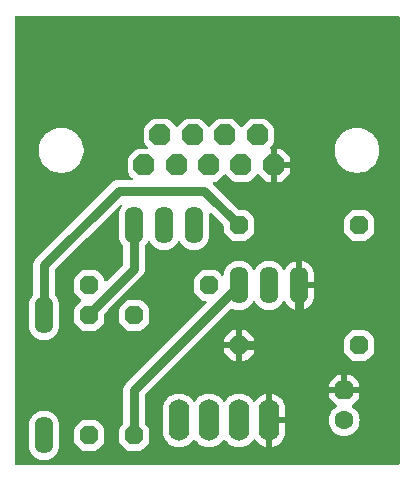
<source format=gbr>
%TF.GenerationSoftware,KiCad,Pcbnew,8.0.4*%
%TF.CreationDate,2024-09-20T14:01:47+02:00*%
%TF.ProjectId,TTL2RS232v1,54544c32-5253-4323-9332-76312e6b6963,rev?*%
%TF.SameCoordinates,Original*%
%TF.FileFunction,Copper,L1,Top*%
%TF.FilePolarity,Positive*%
%FSLAX46Y46*%
G04 Gerber Fmt 4.6, Leading zero omitted, Abs format (unit mm)*
G04 Created by KiCad (PCBNEW 8.0.4) date 2024-09-20 14:01:47*
%MOMM*%
%LPD*%
G01*
G04 APERTURE LIST*
G04 Aperture macros list*
%AMOutline5P*
0 Free polygon, 5 corners , with rotation*
0 The origin of the aperture is its center*
0 number of corners: always 5*
0 $1 to $10 corner X, Y*
0 $11 Rotation angle, in degrees counterclockwise*
0 create outline with 5 corners*
4,1,5,$1,$2,$3,$4,$5,$6,$7,$8,$9,$10,$1,$2,$11*%
%AMOutline6P*
0 Free polygon, 6 corners , with rotation*
0 The origin of the aperture is its center*
0 number of corners: always 6*
0 $1 to $12 corner X, Y*
0 $13 Rotation angle, in degrees counterclockwise*
0 create outline with 6 corners*
4,1,6,$1,$2,$3,$4,$5,$6,$7,$8,$9,$10,$11,$12,$1,$2,$13*%
%AMOutline7P*
0 Free polygon, 7 corners , with rotation*
0 The origin of the aperture is its center*
0 number of corners: always 7*
0 $1 to $14 corner X, Y*
0 $15 Rotation angle, in degrees counterclockwise*
0 create outline with 7 corners*
4,1,7,$1,$2,$3,$4,$5,$6,$7,$8,$9,$10,$11,$12,$13,$14,$1,$2,$15*%
%AMOutline8P*
0 Free polygon, 8 corners , with rotation*
0 The origin of the aperture is its center*
0 number of corners: always 8*
0 $1 to $16 corner X, Y*
0 $17 Rotation angle, in degrees counterclockwise*
0 create outline with 8 corners*
4,1,8,$1,$2,$3,$4,$5,$6,$7,$8,$9,$10,$11,$12,$13,$14,$15,$16,$1,$2,$17*%
G04 Aperture macros list end*
%TA.AperFunction,ComponentPad*%
%ADD10Outline8P,-0.787400X0.393700X-0.393700X0.787400X0.393700X0.787400X0.787400X0.393700X0.787400X-0.393700X0.393700X-0.787400X-0.393700X-0.787400X-0.787400X-0.393700X90.000000*%
%TD*%
%TA.AperFunction,ComponentPad*%
%ADD11C,1.600200*%
%TD*%
%TA.AperFunction,ComponentPad*%
%ADD12Outline8P,-0.800100X0.400050X-0.400050X0.800100X0.400050X0.800100X0.800100X0.400050X0.800100X-0.400050X0.400050X-0.800100X-0.400050X-0.800100X-0.800100X-0.400050X90.000000*%
%TD*%
%TA.AperFunction,ComponentPad*%
%ADD13O,1.574800X3.149600*%
%TD*%
%TA.AperFunction,ComponentPad*%
%ADD14Outline8P,-0.787400X0.393700X-0.393700X0.787400X0.393700X0.787400X0.787400X0.393700X0.787400X-0.393700X0.393700X-0.787400X-0.393700X-0.787400X-0.787400X-0.393700X180.000000*%
%TD*%
%TA.AperFunction,ComponentPad*%
%ADD15O,1.762000X3.524000*%
%TD*%
%TA.AperFunction,ComponentPad*%
%ADD16Outline8P,-0.889000X0.444500X-0.444500X0.889000X0.444500X0.889000X0.889000X0.444500X0.889000X-0.444500X0.444500X-0.889000X-0.444500X-0.889000X-0.889000X-0.444500X0.000000*%
%TD*%
%TA.AperFunction,ComponentPad*%
%ADD17Outline8P,-0.787400X0.393700X-0.393700X0.787400X0.393700X0.787400X0.787400X0.393700X0.787400X-0.393700X0.393700X-0.787400X-0.393700X-0.787400X-0.787400X-0.393700X0.000000*%
%TD*%
%TA.AperFunction,Conductor*%
%ADD18C,0.800000*%
%TD*%
%TA.AperFunction,Conductor*%
%ADD19C,0.508000*%
%TD*%
G04 APERTURE END LIST*
D10*
%TO.P,R1,1*%
%TO.N,N$1*%
X142316100Y-121508600D03*
%TO.P,R1,2*%
%TO.N,VCC*%
X142316100Y-111348600D03*
%TD*%
D11*
%TO.P,C1,+*%
%TO.N,N$3*%
X160096100Y-120238600D03*
D12*
%TO.P,C1,-*%
%TO.N,GNDA*%
X160096100Y-117698600D03*
%TD*%
D13*
%TO.P,Q3,B*%
%TO.N,N$2*%
X153746100Y-108808600D03*
%TO.P,Q3,C*%
%TO.N,N$1*%
X151206100Y-108808600D03*
%TO.P,Q3,E*%
%TO.N,GNDA*%
X156286100Y-108808600D03*
%TD*%
D10*
%TO.P,R3,1*%
%TO.N,N$3*%
X138506100Y-121508600D03*
%TO.P,R3,2*%
%TO.N,N$5*%
X138506100Y-111348600D03*
%TD*%
D14*
%TO.P,R4,1*%
%TO.N,N$2*%
X161366100Y-103728600D03*
%TO.P,R4,2*%
%TO.N,N$4*%
X151206100Y-103728600D03*
%TD*%
D13*
%TO.P,Q4,B*%
%TO.N,N$6*%
X144856100Y-103728600D03*
%TO.P,Q4,C*%
%TO.N,N$5*%
X142316100Y-103728600D03*
%TO.P,Q4,E*%
%TO.N,VCC*%
X147396100Y-103728600D03*
%TD*%
D15*
%TO.P,X2,1*%
%TO.N,VCC*%
X146126100Y-120238600D03*
%TO.P,X2,2*%
%TO.N,N$9*%
X148666100Y-120238600D03*
%TO.P,X2,3*%
%TO.N,N$1*%
X151206100Y-120238600D03*
%TO.P,X2,4*%
%TO.N,GNDA*%
X153746100Y-120238600D03*
%TD*%
D16*
%TO.P,X1,1*%
%TO.N,N/C*%
X143179700Y-98648600D03*
%TO.P,X1,2*%
%TO.N,N$5*%
X145922900Y-98648600D03*
%TO.P,X1,3*%
%TO.N,N$4*%
X148666100Y-98648600D03*
%TO.P,X1,4*%
%TO.N,N/C*%
X151409300Y-98648600D03*
%TO.P,X1,5*%
%TO.N,GNDA*%
X154152500Y-98648600D03*
%TO.P,X1,6*%
%TO.N,N/C*%
X144551300Y-96108600D03*
%TO.P,X1,7*%
X147294500Y-96108600D03*
%TO.P,X1,8*%
X150037700Y-96108600D03*
%TO.P,X1,9*%
X152780900Y-96108600D03*
%TD*%
D17*
%TO.P,R5,1*%
%TO.N,N$6*%
X138506100Y-108808600D03*
%TO.P,R5,2*%
%TO.N,N$9*%
X148666100Y-108808600D03*
%TD*%
D13*
%TO.P,D1,A*%
%TO.N,N$3*%
X134696100Y-121508600D03*
%TO.P,D1,C*%
%TO.N,N$4*%
X134696100Y-111348600D03*
%TD*%
D17*
%TO.P,R2,1*%
%TO.N,GNDA*%
X151206100Y-113888600D03*
%TO.P,R2,2*%
%TO.N,N$2*%
X161366100Y-113888600D03*
%TD*%
D18*
%TO.N,GNDA*%
X156286100Y-111313900D02*
X153711400Y-113888600D01*
X153711400Y-113888600D02*
X151256900Y-113888600D01*
X156286100Y-108808600D02*
X156286100Y-111313900D01*
%TO.N,N$1*%
X142316100Y-117698600D02*
X151206100Y-108808600D01*
X142316100Y-121508600D02*
X142316100Y-117698600D01*
%TO.N,N$4*%
X141000000Y-100800000D02*
X134696100Y-107103900D01*
X148277500Y-100800000D02*
X141000000Y-100800000D01*
X134696100Y-107103900D02*
X134696100Y-111348600D01*
X151206100Y-103728600D02*
X148277500Y-100800000D01*
D19*
%TO.N,GNDA*%
X151256900Y-113888600D02*
X151206100Y-113888600D01*
X151256900Y-114295000D02*
X151256900Y-113888600D01*
X151256900Y-114295000D02*
X151206100Y-113888600D01*
%TO.N,N$3*%
X138658500Y-121203800D02*
X138506100Y-121508600D01*
%TO.N,N$4*%
X148412100Y-98851800D02*
X148666100Y-98648600D01*
D18*
X150850500Y-103728600D02*
X151206100Y-103728600D01*
%TO.N,N$5*%
X142316100Y-107386200D02*
X138658500Y-111043800D01*
X138658500Y-111043800D02*
X138506100Y-111348600D01*
X142316100Y-103728600D02*
X142316100Y-107386200D01*
%TD*%
%TA.AperFunction,Conductor*%
%TO.N,GNDA*%
G36*
X164763639Y-86019685D02*
G01*
X164809394Y-86072489D01*
X164820600Y-86124000D01*
X164820600Y-116172000D01*
X164800325Y-123876326D01*
X164780464Y-123943314D01*
X164727539Y-123988930D01*
X164676325Y-124000000D01*
X132324000Y-124000000D01*
X132256961Y-123980315D01*
X132211206Y-123927511D01*
X132200000Y-123876000D01*
X132200000Y-120619210D01*
X133400200Y-120619210D01*
X133400200Y-122397989D01*
X133432110Y-122599458D01*
X133432110Y-122599461D01*
X133495141Y-122793450D01*
X133495143Y-122793453D01*
X133587747Y-122975200D01*
X133707643Y-123140222D01*
X133851878Y-123284457D01*
X134016900Y-123404353D01*
X134198647Y-123496957D01*
X134198649Y-123496958D01*
X134379595Y-123555750D01*
X134392643Y-123559990D01*
X134594110Y-123591900D01*
X134594111Y-123591900D01*
X134798089Y-123591900D01*
X134798090Y-123591900D01*
X134999557Y-123559990D01*
X134999560Y-123559989D01*
X134999561Y-123559989D01*
X135193550Y-123496958D01*
X135193550Y-123496957D01*
X135193553Y-123496957D01*
X135375300Y-123404353D01*
X135540322Y-123284457D01*
X135684557Y-123140222D01*
X135804453Y-122975200D01*
X135897057Y-122793453D01*
X135915135Y-122737814D01*
X135960089Y-122599461D01*
X135960089Y-122599460D01*
X135960090Y-122599457D01*
X135992000Y-122397990D01*
X135992000Y-121073273D01*
X137210199Y-121073273D01*
X137210199Y-121943930D01*
X137220928Y-122029346D01*
X137220929Y-122029350D01*
X137276885Y-122164439D01*
X137276886Y-122164441D01*
X137329691Y-122232418D01*
X137329703Y-122232431D01*
X137782272Y-122685000D01*
X137782282Y-122685009D01*
X137835218Y-122726129D01*
X137850260Y-122737814D01*
X137985352Y-122793771D01*
X138070770Y-122804500D01*
X138941429Y-122804501D01*
X139026849Y-122793771D01*
X139161941Y-122737814D01*
X139208664Y-122701518D01*
X139229918Y-122685008D01*
X139229921Y-122685005D01*
X139229929Y-122684999D01*
X139682502Y-122232426D01*
X139735314Y-122164440D01*
X139791271Y-122029348D01*
X139802000Y-121943930D01*
X139802001Y-121073273D01*
X141020199Y-121073273D01*
X141020199Y-121943930D01*
X141030928Y-122029346D01*
X141030929Y-122029350D01*
X141086885Y-122164439D01*
X141086886Y-122164441D01*
X141139691Y-122232418D01*
X141139703Y-122232431D01*
X141592272Y-122685000D01*
X141592282Y-122685009D01*
X141645218Y-122726129D01*
X141660260Y-122737814D01*
X141795352Y-122793771D01*
X141880770Y-122804500D01*
X142751429Y-122804501D01*
X142836849Y-122793771D01*
X142971941Y-122737814D01*
X143018664Y-122701518D01*
X143039918Y-122685008D01*
X143039921Y-122685005D01*
X143039929Y-122684999D01*
X143492502Y-122232426D01*
X143545314Y-122164440D01*
X143601271Y-122029348D01*
X143612000Y-121943930D01*
X143612001Y-121073271D01*
X143601271Y-120987851D01*
X143545314Y-120852759D01*
X143537213Y-120842330D01*
X143492508Y-120784781D01*
X143492496Y-120784768D01*
X143260919Y-120553191D01*
X143227434Y-120491868D01*
X143224600Y-120465510D01*
X143224600Y-119248238D01*
X144736600Y-119248238D01*
X144736600Y-121228961D01*
X144770814Y-121444976D01*
X144838397Y-121652980D01*
X144838398Y-121652983D01*
X144937695Y-121847860D01*
X145066242Y-122024793D01*
X145220906Y-122179457D01*
X145386474Y-122299747D01*
X145397843Y-122308007D01*
X145525232Y-122372915D01*
X145592716Y-122407301D01*
X145592719Y-122407302D01*
X145696721Y-122441093D01*
X145800725Y-122474886D01*
X145900772Y-122490732D01*
X146016739Y-122509100D01*
X146016744Y-122509100D01*
X146235461Y-122509100D01*
X146340182Y-122492512D01*
X146451475Y-122474886D01*
X146659483Y-122407301D01*
X146854357Y-122308007D01*
X146958398Y-122232417D01*
X147031293Y-122179457D01*
X147031295Y-122179454D01*
X147031299Y-122179452D01*
X147185952Y-122024799D01*
X147295783Y-121873628D01*
X147351111Y-121830964D01*
X147420724Y-121824985D01*
X147482520Y-121857590D01*
X147496413Y-121873623D01*
X147547491Y-121943926D01*
X147606248Y-122024799D01*
X147760906Y-122179457D01*
X147926474Y-122299747D01*
X147937843Y-122308007D01*
X148065232Y-122372915D01*
X148132716Y-122407301D01*
X148132719Y-122407302D01*
X148236721Y-122441093D01*
X148340725Y-122474886D01*
X148440772Y-122490732D01*
X148556739Y-122509100D01*
X148556744Y-122509100D01*
X148775461Y-122509100D01*
X148880182Y-122492512D01*
X148991475Y-122474886D01*
X149199483Y-122407301D01*
X149394357Y-122308007D01*
X149498398Y-122232417D01*
X149571293Y-122179457D01*
X149571295Y-122179454D01*
X149571299Y-122179452D01*
X149725952Y-122024799D01*
X149835783Y-121873628D01*
X149891111Y-121830964D01*
X149960724Y-121824985D01*
X150022520Y-121857590D01*
X150036413Y-121873623D01*
X150087491Y-121943926D01*
X150146248Y-122024799D01*
X150300906Y-122179457D01*
X150466474Y-122299747D01*
X150477843Y-122308007D01*
X150605232Y-122372915D01*
X150672716Y-122407301D01*
X150672719Y-122407302D01*
X150776721Y-122441093D01*
X150880725Y-122474886D01*
X150980772Y-122490732D01*
X151096739Y-122509100D01*
X151096744Y-122509100D01*
X151315461Y-122509100D01*
X151420182Y-122492512D01*
X151531475Y-122474886D01*
X151739483Y-122407301D01*
X151934357Y-122308007D01*
X152038398Y-122232417D01*
X152111293Y-122179457D01*
X152111295Y-122179454D01*
X152111299Y-122179452D01*
X152265952Y-122024799D01*
X152381035Y-121866398D01*
X152436364Y-121823734D01*
X152505977Y-121817755D01*
X152567773Y-121850360D01*
X152581671Y-121866399D01*
X152692734Y-122019262D01*
X152692734Y-122019263D01*
X152846436Y-122172965D01*
X153022297Y-122300736D01*
X153215982Y-122399424D01*
X153422713Y-122466594D01*
X153496100Y-122478218D01*
X153496100Y-120671612D01*
X153553107Y-120704525D01*
X153680274Y-120738600D01*
X153811926Y-120738600D01*
X153939093Y-120704525D01*
X153996100Y-120671612D01*
X153996100Y-122478217D01*
X154069486Y-122466594D01*
X154276217Y-122399424D01*
X154469902Y-122300736D01*
X154645763Y-122172965D01*
X154799465Y-122019263D01*
X154927236Y-121843402D01*
X155025924Y-121649717D01*
X155093094Y-121442989D01*
X155093094Y-121442986D01*
X155127100Y-121228286D01*
X155127100Y-120488600D01*
X154179112Y-120488600D01*
X154212025Y-120431593D01*
X154246100Y-120304426D01*
X154246100Y-120238599D01*
X158782501Y-120238599D01*
X158782501Y-120238600D01*
X158802457Y-120466699D01*
X158802459Y-120466709D01*
X158861718Y-120687869D01*
X158861723Y-120687883D01*
X158958488Y-120895396D01*
X158958490Y-120895400D01*
X159089825Y-121082965D01*
X159251735Y-121244875D01*
X159439300Y-121376210D01*
X159564150Y-121434428D01*
X159646816Y-121472976D01*
X159646818Y-121472976D01*
X159646823Y-121472979D01*
X159867996Y-121532242D01*
X160050479Y-121548207D01*
X160096099Y-121552199D01*
X160096100Y-121552199D01*
X160096101Y-121552199D01*
X160134117Y-121548872D01*
X160324204Y-121532242D01*
X160545377Y-121472979D01*
X160752900Y-121376210D01*
X160940465Y-121244875D01*
X161102375Y-121082965D01*
X161233710Y-120895400D01*
X161330479Y-120687877D01*
X161389742Y-120466704D01*
X161409699Y-120238600D01*
X161408399Y-120223747D01*
X161389742Y-120010500D01*
X161389742Y-120010496D01*
X161330479Y-119789323D01*
X161233710Y-119581801D01*
X161233708Y-119581798D01*
X161233707Y-119581796D01*
X161102378Y-119394239D01*
X161102373Y-119394233D01*
X160940465Y-119232325D01*
X160777452Y-119118181D01*
X160733827Y-119063604D01*
X160726635Y-118994106D01*
X160758157Y-118931751D01*
X160772506Y-118918682D01*
X160820746Y-118881207D01*
X160820759Y-118881196D01*
X161278696Y-118423259D01*
X161278707Y-118423246D01*
X161330629Y-118356408D01*
X161330629Y-118356407D01*
X161385650Y-118223574D01*
X161396199Y-118139591D01*
X161396200Y-118139585D01*
X161396200Y-117948600D01*
X160420837Y-117948600D01*
X160421301Y-117948136D01*
X160474805Y-117855465D01*
X160502500Y-117752104D01*
X160502500Y-117645096D01*
X160474805Y-117541735D01*
X160421301Y-117449064D01*
X160420837Y-117448600D01*
X161396200Y-117448600D01*
X161396200Y-117257608D01*
X161396199Y-117257606D01*
X161385650Y-117173624D01*
X161330629Y-117040791D01*
X161278707Y-116973953D01*
X161278696Y-116973940D01*
X160820759Y-116516003D01*
X160820746Y-116515992D01*
X160753908Y-116464070D01*
X160621074Y-116409049D01*
X160537091Y-116398500D01*
X160346100Y-116398500D01*
X160346100Y-117373863D01*
X160345636Y-117373399D01*
X160252965Y-117319895D01*
X160149604Y-117292200D01*
X160042596Y-117292200D01*
X159939235Y-117319895D01*
X159846564Y-117373399D01*
X159846100Y-117373863D01*
X159846100Y-116398500D01*
X159655106Y-116398500D01*
X159571124Y-116409049D01*
X159438291Y-116464070D01*
X159371453Y-116515992D01*
X159371440Y-116516003D01*
X158913503Y-116973940D01*
X158913492Y-116973953D01*
X158861570Y-117040791D01*
X158861570Y-117040792D01*
X158806549Y-117173625D01*
X158796000Y-117257608D01*
X158796000Y-117448600D01*
X159771363Y-117448600D01*
X159770899Y-117449064D01*
X159717395Y-117541735D01*
X159689700Y-117645096D01*
X159689700Y-117752104D01*
X159717395Y-117855465D01*
X159770899Y-117948136D01*
X159771363Y-117948600D01*
X158796000Y-117948600D01*
X158796000Y-118139593D01*
X158806549Y-118223575D01*
X158861570Y-118356408D01*
X158913492Y-118423246D01*
X158913503Y-118423259D01*
X159371440Y-118881196D01*
X159371453Y-118881207D01*
X159419694Y-118918682D01*
X159460561Y-118975354D01*
X159464301Y-119045123D01*
X159429727Y-119105839D01*
X159414748Y-119118182D01*
X159251735Y-119232325D01*
X159251733Y-119232326D01*
X159089826Y-119394233D01*
X159089821Y-119394239D01*
X158958492Y-119581796D01*
X158958490Y-119581800D01*
X158861722Y-119789321D01*
X158861718Y-119789330D01*
X158802459Y-120010490D01*
X158802457Y-120010500D01*
X158782501Y-120238599D01*
X154246100Y-120238599D01*
X154246100Y-120172774D01*
X154212025Y-120045607D01*
X154179112Y-119988600D01*
X155127100Y-119988600D01*
X155127100Y-119248913D01*
X155093094Y-119034213D01*
X155093094Y-119034210D01*
X155025924Y-118827482D01*
X154927236Y-118633797D01*
X154799465Y-118457936D01*
X154645763Y-118304234D01*
X154469902Y-118176463D01*
X154276214Y-118077774D01*
X154276216Y-118077774D01*
X154069483Y-118010604D01*
X153996100Y-117998981D01*
X153996100Y-119805588D01*
X153939093Y-119772675D01*
X153811926Y-119738600D01*
X153680274Y-119738600D01*
X153553107Y-119772675D01*
X153496100Y-119805588D01*
X153496100Y-117998981D01*
X153496099Y-117998981D01*
X153422716Y-118010604D01*
X153215984Y-118077774D01*
X153022297Y-118176463D01*
X152846436Y-118304234D01*
X152692733Y-118457937D01*
X152581671Y-118610800D01*
X152526340Y-118653465D01*
X152456727Y-118659444D01*
X152394932Y-118626838D01*
X152381035Y-118610799D01*
X152265957Y-118452407D01*
X152265953Y-118452402D01*
X152111293Y-118297742D01*
X151934360Y-118169195D01*
X151934359Y-118169194D01*
X151934357Y-118169193D01*
X151871925Y-118137382D01*
X151739483Y-118069898D01*
X151739480Y-118069897D01*
X151531476Y-118002314D01*
X151315461Y-117968100D01*
X151315456Y-117968100D01*
X151096744Y-117968100D01*
X151096739Y-117968100D01*
X150880723Y-118002314D01*
X150672719Y-118069897D01*
X150672716Y-118069898D01*
X150477839Y-118169195D01*
X150300906Y-118297742D01*
X150146242Y-118452406D01*
X150036418Y-118603569D01*
X149981089Y-118646235D01*
X149911475Y-118652214D01*
X149849680Y-118619609D01*
X149835782Y-118603569D01*
X149725957Y-118452406D01*
X149571293Y-118297742D01*
X149394360Y-118169195D01*
X149394359Y-118169194D01*
X149394357Y-118169193D01*
X149331925Y-118137382D01*
X149199483Y-118069898D01*
X149199480Y-118069897D01*
X148991476Y-118002314D01*
X148775461Y-117968100D01*
X148775456Y-117968100D01*
X148556744Y-117968100D01*
X148556739Y-117968100D01*
X148340723Y-118002314D01*
X148132719Y-118069897D01*
X148132716Y-118069898D01*
X147937839Y-118169195D01*
X147760906Y-118297742D01*
X147606242Y-118452406D01*
X147496418Y-118603569D01*
X147441089Y-118646235D01*
X147371475Y-118652214D01*
X147309680Y-118619609D01*
X147295782Y-118603569D01*
X147185957Y-118452406D01*
X147031293Y-118297742D01*
X146854360Y-118169195D01*
X146854359Y-118169194D01*
X146854357Y-118169193D01*
X146791925Y-118137382D01*
X146659483Y-118069898D01*
X146659480Y-118069897D01*
X146451476Y-118002314D01*
X146235461Y-117968100D01*
X146235456Y-117968100D01*
X146016744Y-117968100D01*
X146016739Y-117968100D01*
X145800723Y-118002314D01*
X145592719Y-118069897D01*
X145592716Y-118069898D01*
X145397839Y-118169195D01*
X145220906Y-118297742D01*
X145066242Y-118452406D01*
X144937695Y-118629339D01*
X144838398Y-118824216D01*
X144838397Y-118824219D01*
X144770814Y-119032223D01*
X144736600Y-119248238D01*
X143224600Y-119248238D01*
X143224600Y-118126274D01*
X143244285Y-118059235D01*
X143260914Y-118038598D01*
X147845553Y-113453958D01*
X149918700Y-113453958D01*
X149918700Y-113638600D01*
X150881363Y-113638600D01*
X150880899Y-113639064D01*
X150827395Y-113731735D01*
X150799700Y-113835096D01*
X150799700Y-113942104D01*
X150827395Y-114045465D01*
X150880899Y-114138136D01*
X150881363Y-114138600D01*
X149918700Y-114138600D01*
X149918700Y-114323243D01*
X149929249Y-114407225D01*
X149984270Y-114540058D01*
X150036192Y-114606896D01*
X150036204Y-114606910D01*
X150487789Y-115058496D01*
X150487802Y-115058507D01*
X150554641Y-115110429D01*
X150554645Y-115110431D01*
X150687473Y-115165450D01*
X150771458Y-115175999D01*
X150771465Y-115176000D01*
X150956100Y-115176000D01*
X150956100Y-114213337D01*
X150956564Y-114213801D01*
X151049235Y-114267305D01*
X151152596Y-114295000D01*
X151259604Y-114295000D01*
X151362965Y-114267305D01*
X151455636Y-114213801D01*
X151456100Y-114213337D01*
X151456100Y-115176000D01*
X151640742Y-115176000D01*
X151640743Y-115175999D01*
X151724725Y-115165450D01*
X151857558Y-115110429D01*
X151924396Y-115058507D01*
X151924410Y-115058495D01*
X152375996Y-114606910D01*
X152376007Y-114606897D01*
X152427929Y-114540058D01*
X152427931Y-114540054D01*
X152482950Y-114407226D01*
X152493499Y-114323241D01*
X152493500Y-114323235D01*
X152493500Y-114138600D01*
X151530837Y-114138600D01*
X151531301Y-114138136D01*
X151584805Y-114045465D01*
X151612500Y-113942104D01*
X151612500Y-113835096D01*
X151584805Y-113731735D01*
X151531301Y-113639064D01*
X151530837Y-113638600D01*
X152493500Y-113638600D01*
X152493500Y-113453958D01*
X152493499Y-113453956D01*
X152493413Y-113453273D01*
X160070199Y-113453273D01*
X160070199Y-114323930D01*
X160080928Y-114409346D01*
X160080929Y-114409350D01*
X160136885Y-114544439D01*
X160136886Y-114544441D01*
X160189691Y-114612418D01*
X160189703Y-114612431D01*
X160642272Y-115065000D01*
X160642282Y-115065009D01*
X160695218Y-115106129D01*
X160710260Y-115117814D01*
X160845352Y-115173771D01*
X160930770Y-115184500D01*
X161801429Y-115184501D01*
X161886849Y-115173771D01*
X162021941Y-115117814D01*
X162068664Y-115081518D01*
X162089918Y-115065008D01*
X162089921Y-115065005D01*
X162089929Y-115064999D01*
X162542502Y-114612426D01*
X162595314Y-114544440D01*
X162651271Y-114409348D01*
X162662000Y-114323930D01*
X162662001Y-113453271D01*
X162651271Y-113367851D01*
X162595314Y-113232759D01*
X162587213Y-113222330D01*
X162542508Y-113164781D01*
X162542496Y-113164768D01*
X162089927Y-112712199D01*
X162089917Y-112712190D01*
X162021940Y-112659386D01*
X161986002Y-112644500D01*
X161886848Y-112603429D01*
X161865493Y-112600746D01*
X161801433Y-112592700D01*
X161801426Y-112592699D01*
X160930769Y-112592699D01*
X160845353Y-112603428D01*
X160845349Y-112603429D01*
X160710260Y-112659385D01*
X160710258Y-112659386D01*
X160642281Y-112712191D01*
X160642268Y-112712203D01*
X160189699Y-113164772D01*
X160189690Y-113164782D01*
X160136886Y-113232759D01*
X160080929Y-113367852D01*
X160070200Y-113453266D01*
X160070199Y-113453273D01*
X152493413Y-113453273D01*
X152482950Y-113369974D01*
X152427929Y-113237141D01*
X152376007Y-113170303D01*
X152375995Y-113170289D01*
X151924410Y-112718703D01*
X151924397Y-112718692D01*
X151857558Y-112666770D01*
X151857554Y-112666768D01*
X151724726Y-112611749D01*
X151640741Y-112601200D01*
X151456100Y-112601200D01*
X151456100Y-113563863D01*
X151455636Y-113563399D01*
X151362965Y-113509895D01*
X151259604Y-113482200D01*
X151152596Y-113482200D01*
X151049235Y-113509895D01*
X150956564Y-113563399D01*
X150956100Y-113563863D01*
X150956100Y-112601200D01*
X150771456Y-112601200D01*
X150687474Y-112611749D01*
X150554641Y-112666770D01*
X150487803Y-112718692D01*
X150487789Y-112718704D01*
X150036203Y-113170289D01*
X150036192Y-113170302D01*
X149984270Y-113237141D01*
X149984268Y-113237145D01*
X149929249Y-113369973D01*
X149918700Y-113453958D01*
X147845553Y-113453958D01*
X150508416Y-110791095D01*
X150569737Y-110757612D01*
X150639429Y-110762596D01*
X150652389Y-110768293D01*
X150708641Y-110796954D01*
X150708649Y-110796958D01*
X150803729Y-110827851D01*
X150902643Y-110859990D01*
X151104110Y-110891900D01*
X151104111Y-110891900D01*
X151308089Y-110891900D01*
X151308090Y-110891900D01*
X151509557Y-110859990D01*
X151509560Y-110859989D01*
X151509561Y-110859989D01*
X151703550Y-110796958D01*
X151703550Y-110796957D01*
X151703553Y-110796957D01*
X151885300Y-110704353D01*
X152050322Y-110584457D01*
X152194557Y-110440222D01*
X152314453Y-110275200D01*
X152365615Y-110174787D01*
X152413589Y-110123992D01*
X152481410Y-110107197D01*
X152547545Y-110129734D01*
X152586584Y-110174787D01*
X152637747Y-110275200D01*
X152757643Y-110440222D01*
X152901878Y-110584457D01*
X153066900Y-110704353D01*
X153248647Y-110796957D01*
X153248649Y-110796958D01*
X153343729Y-110827851D01*
X153442643Y-110859990D01*
X153644110Y-110891900D01*
X153644111Y-110891900D01*
X153848089Y-110891900D01*
X153848090Y-110891900D01*
X154049557Y-110859990D01*
X154049560Y-110859989D01*
X154049561Y-110859989D01*
X154243550Y-110796958D01*
X154243550Y-110796957D01*
X154243553Y-110796957D01*
X154425300Y-110704353D01*
X154590322Y-110584457D01*
X154734557Y-110440222D01*
X154854453Y-110275200D01*
X154910385Y-110165425D01*
X154958357Y-110114631D01*
X155026178Y-110097835D01*
X155092313Y-110120372D01*
X155131354Y-110165426D01*
X155185019Y-110270748D01*
X155304120Y-110434678D01*
X155304124Y-110434683D01*
X155447416Y-110577975D01*
X155447421Y-110577979D01*
X155611351Y-110697080D01*
X155791905Y-110789078D01*
X155984627Y-110851698D01*
X156036100Y-110859850D01*
X156036100Y-109133337D01*
X156036564Y-109133801D01*
X156129235Y-109187305D01*
X156232596Y-109215000D01*
X156339604Y-109215000D01*
X156442965Y-109187305D01*
X156535636Y-109133801D01*
X156536100Y-109133337D01*
X156536100Y-110859849D01*
X156587572Y-110851698D01*
X156780294Y-110789078D01*
X156960848Y-110697080D01*
X157124778Y-110577979D01*
X157124783Y-110577975D01*
X157268075Y-110434683D01*
X157268079Y-110434678D01*
X157387180Y-110270748D01*
X157479178Y-110090192D01*
X157541800Y-109897463D01*
X157573500Y-109697320D01*
X157573500Y-109058600D01*
X156610837Y-109058600D01*
X156611301Y-109058136D01*
X156664805Y-108965465D01*
X156692500Y-108862104D01*
X156692500Y-108755096D01*
X156664805Y-108651735D01*
X156611301Y-108559064D01*
X156610837Y-108558600D01*
X157573500Y-108558600D01*
X157573500Y-107919879D01*
X157541800Y-107719736D01*
X157479178Y-107527007D01*
X157387180Y-107346451D01*
X157268079Y-107182521D01*
X157268075Y-107182516D01*
X157124783Y-107039224D01*
X157124778Y-107039220D01*
X156960848Y-106920119D01*
X156780292Y-106828121D01*
X156587563Y-106765499D01*
X156536100Y-106757348D01*
X156536100Y-108483863D01*
X156535636Y-108483399D01*
X156442965Y-108429895D01*
X156339604Y-108402200D01*
X156232596Y-108402200D01*
X156129235Y-108429895D01*
X156036564Y-108483399D01*
X156036100Y-108483863D01*
X156036100Y-106757348D01*
X156036099Y-106757348D01*
X155984636Y-106765499D01*
X155791907Y-106828121D01*
X155611351Y-106920119D01*
X155447421Y-107039220D01*
X155447416Y-107039224D01*
X155304124Y-107182516D01*
X155304120Y-107182521D01*
X155185017Y-107346453D01*
X155131353Y-107451774D01*
X155083379Y-107502569D01*
X155015558Y-107519364D01*
X154949423Y-107496826D01*
X154910384Y-107451772D01*
X154905614Y-107442411D01*
X154854453Y-107342000D01*
X154854452Y-107341999D01*
X154836442Y-107317210D01*
X154734557Y-107176978D01*
X154590322Y-107032743D01*
X154425300Y-106912847D01*
X154243553Y-106820243D01*
X154243550Y-106820241D01*
X154049559Y-106757210D01*
X153915245Y-106735936D01*
X153848090Y-106725300D01*
X153644110Y-106725300D01*
X153576954Y-106735936D01*
X153442641Y-106757210D01*
X153442638Y-106757210D01*
X153248649Y-106820241D01*
X153248646Y-106820243D01*
X153066899Y-106912847D01*
X153004031Y-106958524D01*
X152901878Y-107032743D01*
X152901876Y-107032745D01*
X152901875Y-107032745D01*
X152757645Y-107176975D01*
X152757645Y-107176976D01*
X152757643Y-107176978D01*
X152753616Y-107182521D01*
X152637747Y-107341999D01*
X152586585Y-107442411D01*
X152538610Y-107493207D01*
X152470789Y-107510002D01*
X152404654Y-107487465D01*
X152365615Y-107442411D01*
X152341453Y-107394990D01*
X152314453Y-107342000D01*
X152194557Y-107176978D01*
X152050322Y-107032743D01*
X151885300Y-106912847D01*
X151703553Y-106820243D01*
X151703550Y-106820241D01*
X151509559Y-106757210D01*
X151375245Y-106735936D01*
X151308090Y-106725300D01*
X151104110Y-106725300D01*
X151036954Y-106735936D01*
X150902641Y-106757210D01*
X150902638Y-106757210D01*
X150708649Y-106820241D01*
X150708646Y-106820243D01*
X150526899Y-106912847D01*
X150464031Y-106958524D01*
X150361878Y-107032743D01*
X150361876Y-107032745D01*
X150361875Y-107032745D01*
X150217645Y-107176975D01*
X150217645Y-107176976D01*
X150217643Y-107176978D01*
X150213616Y-107182521D01*
X150097747Y-107341999D01*
X150005143Y-107523746D01*
X150005141Y-107523749D01*
X149942110Y-107717738D01*
X149942110Y-107717739D01*
X149916376Y-107880212D01*
X149886446Y-107943346D01*
X149827134Y-107980277D01*
X149757272Y-107979279D01*
X149706222Y-107948494D01*
X149389927Y-107632199D01*
X149389917Y-107632190D01*
X149321940Y-107579386D01*
X149321938Y-107579385D01*
X149186848Y-107523429D01*
X149154485Y-107519364D01*
X149101433Y-107512700D01*
X149101426Y-107512699D01*
X148230769Y-107512699D01*
X148145353Y-107523428D01*
X148145349Y-107523429D01*
X148010260Y-107579385D01*
X148010258Y-107579386D01*
X147942281Y-107632191D01*
X147942268Y-107632203D01*
X147489699Y-108084772D01*
X147489690Y-108084782D01*
X147436886Y-108152759D01*
X147380929Y-108287852D01*
X147370200Y-108373266D01*
X147370199Y-108373273D01*
X147370199Y-109243930D01*
X147380928Y-109329346D01*
X147380929Y-109329350D01*
X147436885Y-109464439D01*
X147436886Y-109464441D01*
X147489691Y-109532418D01*
X147489703Y-109532431D01*
X147942272Y-109985000D01*
X147942282Y-109985009D01*
X147995218Y-110026129D01*
X148010260Y-110037814D01*
X148145352Y-110093771D01*
X148230770Y-110104500D01*
X148326024Y-110104500D01*
X148393063Y-110124185D01*
X148438818Y-110176989D01*
X148448762Y-110246147D01*
X148419737Y-110309703D01*
X148413705Y-110316181D01*
X141610424Y-117119461D01*
X141610421Y-117119465D01*
X141511000Y-117268257D01*
X141510993Y-117268270D01*
X141442513Y-117433598D01*
X141442510Y-117433607D01*
X141407600Y-117609116D01*
X141407600Y-120465510D01*
X141387915Y-120532549D01*
X141371281Y-120553191D01*
X141139699Y-120784772D01*
X141139690Y-120784782D01*
X141086886Y-120852759D01*
X141030929Y-120987852D01*
X141020200Y-121073266D01*
X141020199Y-121073273D01*
X139802001Y-121073273D01*
X139802001Y-121073271D01*
X139791271Y-120987851D01*
X139735314Y-120852759D01*
X139727213Y-120842330D01*
X139682508Y-120784781D01*
X139682496Y-120784768D01*
X139229927Y-120332199D01*
X139229917Y-120332190D01*
X139161940Y-120279386D01*
X139161938Y-120279385D01*
X139026848Y-120223429D01*
X139005493Y-120220746D01*
X138941433Y-120212700D01*
X138941426Y-120212699D01*
X138070769Y-120212699D01*
X137985353Y-120223428D01*
X137985349Y-120223429D01*
X137850260Y-120279385D01*
X137850258Y-120279386D01*
X137782281Y-120332191D01*
X137782268Y-120332203D01*
X137329699Y-120784772D01*
X137329690Y-120784782D01*
X137276886Y-120852759D01*
X137220929Y-120987852D01*
X137210200Y-121073266D01*
X137210199Y-121073273D01*
X135992000Y-121073273D01*
X135992000Y-120619210D01*
X135960090Y-120417743D01*
X135960089Y-120417739D01*
X135960089Y-120417738D01*
X135897058Y-120223749D01*
X135897056Y-120223746D01*
X135896895Y-120223429D01*
X135804453Y-120042000D01*
X135684557Y-119876978D01*
X135540322Y-119732743D01*
X135375300Y-119612847D01*
X135193553Y-119520243D01*
X135193550Y-119520241D01*
X134999559Y-119457210D01*
X134865245Y-119435936D01*
X134798090Y-119425300D01*
X134594110Y-119425300D01*
X134526954Y-119435936D01*
X134392641Y-119457210D01*
X134392638Y-119457210D01*
X134198649Y-119520241D01*
X134198646Y-119520243D01*
X134016899Y-119612847D01*
X133922748Y-119681252D01*
X133851878Y-119732743D01*
X133851876Y-119732745D01*
X133851875Y-119732745D01*
X133707645Y-119876975D01*
X133707645Y-119876976D01*
X133707643Y-119876978D01*
X133667963Y-119931593D01*
X133587747Y-120041999D01*
X133495143Y-120223746D01*
X133495141Y-120223749D01*
X133432110Y-120417738D01*
X133432110Y-120417741D01*
X133400200Y-120619210D01*
X132200000Y-120619210D01*
X132200000Y-110459210D01*
X133400200Y-110459210D01*
X133400200Y-112237989D01*
X133432110Y-112439458D01*
X133432110Y-112439461D01*
X133495141Y-112633450D01*
X133495143Y-112633453D01*
X133587747Y-112815200D01*
X133707643Y-112980222D01*
X133851878Y-113124457D01*
X134016900Y-113244353D01*
X134198647Y-113336957D01*
X134198649Y-113336958D01*
X134293729Y-113367851D01*
X134392643Y-113399990D01*
X134594110Y-113431900D01*
X134594111Y-113431900D01*
X134798089Y-113431900D01*
X134798090Y-113431900D01*
X134999557Y-113399990D01*
X134999560Y-113399989D01*
X134999561Y-113399989D01*
X135193550Y-113336958D01*
X135193550Y-113336957D01*
X135193553Y-113336957D01*
X135375300Y-113244353D01*
X135540322Y-113124457D01*
X135684557Y-112980222D01*
X135804453Y-112815200D01*
X135897057Y-112633453D01*
X135907537Y-112601200D01*
X135960089Y-112439461D01*
X135960089Y-112439460D01*
X135960090Y-112439457D01*
X135992000Y-112237990D01*
X135992000Y-110459210D01*
X135960090Y-110257743D01*
X135960089Y-110257739D01*
X135960089Y-110257738D01*
X135897058Y-110063749D01*
X135897056Y-110063746D01*
X135896895Y-110063429D01*
X135804453Y-109882000D01*
X135684557Y-109716978D01*
X135640919Y-109673340D01*
X135607434Y-109612017D01*
X135604600Y-109585659D01*
X135604600Y-107531575D01*
X135624285Y-107464536D01*
X135640919Y-107443894D01*
X138303301Y-104781512D01*
X141116378Y-101968434D01*
X141177699Y-101934951D01*
X141247391Y-101939935D01*
X141303324Y-101981807D01*
X141327741Y-102047271D01*
X141312889Y-102115544D01*
X141304375Y-102129002D01*
X141207749Y-102261996D01*
X141115143Y-102443746D01*
X141115141Y-102443749D01*
X141052110Y-102637738D01*
X141052110Y-102637741D01*
X141020200Y-102839210D01*
X141020200Y-104617989D01*
X141052110Y-104819458D01*
X141052110Y-104819461D01*
X141115141Y-105013450D01*
X141115143Y-105013453D01*
X141207747Y-105195200D01*
X141327643Y-105360222D01*
X141327645Y-105360224D01*
X141371281Y-105403860D01*
X141404766Y-105465183D01*
X141407600Y-105491541D01*
X141407600Y-106958524D01*
X141387915Y-107025563D01*
X141371281Y-107046205D01*
X140008170Y-108409316D01*
X139946847Y-108442801D01*
X139877155Y-108437817D01*
X139821222Y-108395945D01*
X139797456Y-108337090D01*
X139791271Y-108287853D01*
X139791270Y-108287849D01*
X139735314Y-108152759D01*
X139727213Y-108142330D01*
X139682508Y-108084781D01*
X139682496Y-108084768D01*
X139229927Y-107632199D01*
X139229917Y-107632190D01*
X139161940Y-107579386D01*
X139161938Y-107579385D01*
X139026848Y-107523429D01*
X138994485Y-107519364D01*
X138941433Y-107512700D01*
X138941426Y-107512699D01*
X138070769Y-107512699D01*
X137985353Y-107523428D01*
X137985349Y-107523429D01*
X137850260Y-107579385D01*
X137850258Y-107579386D01*
X137782281Y-107632191D01*
X137782268Y-107632203D01*
X137329699Y-108084772D01*
X137329690Y-108084782D01*
X137276886Y-108152759D01*
X137220929Y-108287852D01*
X137210200Y-108373266D01*
X137210199Y-108373273D01*
X137210199Y-109243930D01*
X137220928Y-109329346D01*
X137220929Y-109329350D01*
X137276885Y-109464439D01*
X137276886Y-109464441D01*
X137329691Y-109532418D01*
X137329703Y-109532431D01*
X137782275Y-109985003D01*
X137782982Y-109985627D01*
X137783123Y-109985851D01*
X137785014Y-109987742D01*
X137784584Y-109988171D01*
X137820222Y-110044745D01*
X137819589Y-110114612D01*
X137784603Y-110169053D01*
X137785011Y-110169461D01*
X137783138Y-110171333D01*
X137782987Y-110171569D01*
X137782271Y-110172200D01*
X137329699Y-110624772D01*
X137329690Y-110624782D01*
X137276886Y-110692759D01*
X137220929Y-110827852D01*
X137210200Y-110913266D01*
X137210199Y-110913273D01*
X137210199Y-111783930D01*
X137220928Y-111869346D01*
X137220929Y-111869350D01*
X137276885Y-112004439D01*
X137276886Y-112004441D01*
X137329691Y-112072418D01*
X137329703Y-112072431D01*
X137782272Y-112525000D01*
X137782282Y-112525009D01*
X137835218Y-112566129D01*
X137850260Y-112577814D01*
X137985352Y-112633771D01*
X138070770Y-112644500D01*
X138941429Y-112644501D01*
X139026849Y-112633771D01*
X139161941Y-112577814D01*
X139208664Y-112541518D01*
X139229918Y-112525008D01*
X139229921Y-112525005D01*
X139229929Y-112524999D01*
X139682502Y-112072426D01*
X139735314Y-112004440D01*
X139791271Y-111869348D01*
X139802000Y-111783930D01*
X139802000Y-111236474D01*
X139821685Y-111169435D01*
X139838319Y-111148793D01*
X140073839Y-110913273D01*
X141020199Y-110913273D01*
X141020199Y-111783930D01*
X141030928Y-111869346D01*
X141030929Y-111869350D01*
X141086885Y-112004439D01*
X141086886Y-112004441D01*
X141139691Y-112072418D01*
X141139703Y-112072431D01*
X141592272Y-112525000D01*
X141592282Y-112525009D01*
X141645218Y-112566129D01*
X141660260Y-112577814D01*
X141795352Y-112633771D01*
X141880770Y-112644500D01*
X142751429Y-112644501D01*
X142836849Y-112633771D01*
X142971941Y-112577814D01*
X143018664Y-112541518D01*
X143039918Y-112525008D01*
X143039921Y-112525005D01*
X143039929Y-112524999D01*
X143492502Y-112072426D01*
X143545314Y-112004440D01*
X143601271Y-111869348D01*
X143612000Y-111783930D01*
X143612001Y-110913271D01*
X143601271Y-110827851D01*
X143545314Y-110692759D01*
X143537213Y-110682330D01*
X143492508Y-110624781D01*
X143492496Y-110624768D01*
X143039927Y-110172199D01*
X143039917Y-110172190D01*
X142971940Y-110119386D01*
X142960460Y-110114631D01*
X142836848Y-110063429D01*
X142815493Y-110060746D01*
X142751433Y-110052700D01*
X142751426Y-110052699D01*
X141880769Y-110052699D01*
X141795353Y-110063428D01*
X141795349Y-110063429D01*
X141660260Y-110119385D01*
X141660258Y-110119386D01*
X141592281Y-110172191D01*
X141592268Y-110172203D01*
X141139699Y-110624772D01*
X141139690Y-110624782D01*
X141086886Y-110692759D01*
X141030929Y-110827852D01*
X141020200Y-110913266D01*
X141020199Y-110913273D01*
X140073839Y-110913273D01*
X143021775Y-107965338D01*
X143021775Y-107965337D01*
X143021778Y-107965335D01*
X143121203Y-107816536D01*
X143189687Y-107651199D01*
X143203972Y-107579386D01*
X143224600Y-107475679D01*
X143224600Y-105491541D01*
X143244285Y-105424502D01*
X143260919Y-105403860D01*
X143304557Y-105360222D01*
X143424453Y-105195200D01*
X143475615Y-105094787D01*
X143523589Y-105043992D01*
X143591410Y-105027197D01*
X143657545Y-105049734D01*
X143696584Y-105094787D01*
X143747747Y-105195200D01*
X143867643Y-105360222D01*
X144011878Y-105504457D01*
X144176900Y-105624353D01*
X144358647Y-105716957D01*
X144358649Y-105716958D01*
X144539595Y-105775750D01*
X144552643Y-105779990D01*
X144754110Y-105811900D01*
X144754111Y-105811900D01*
X144958089Y-105811900D01*
X144958090Y-105811900D01*
X145159557Y-105779990D01*
X145159560Y-105779989D01*
X145159561Y-105779989D01*
X145353550Y-105716958D01*
X145353550Y-105716957D01*
X145353553Y-105716957D01*
X145535300Y-105624353D01*
X145700322Y-105504457D01*
X145844557Y-105360222D01*
X145964453Y-105195200D01*
X146015615Y-105094787D01*
X146063589Y-105043992D01*
X146131410Y-105027197D01*
X146197545Y-105049734D01*
X146236584Y-105094787D01*
X146287747Y-105195200D01*
X146407643Y-105360222D01*
X146551878Y-105504457D01*
X146716900Y-105624353D01*
X146898647Y-105716957D01*
X146898649Y-105716958D01*
X147079595Y-105775750D01*
X147092643Y-105779990D01*
X147294110Y-105811900D01*
X147294111Y-105811900D01*
X147498089Y-105811900D01*
X147498090Y-105811900D01*
X147699557Y-105779990D01*
X147699560Y-105779989D01*
X147699561Y-105779989D01*
X147893550Y-105716958D01*
X147893550Y-105716957D01*
X147893553Y-105716957D01*
X148075300Y-105624353D01*
X148240322Y-105504457D01*
X148384557Y-105360222D01*
X148504453Y-105195200D01*
X148597057Y-105013453D01*
X148615135Y-104957814D01*
X148660089Y-104819461D01*
X148660089Y-104819460D01*
X148660090Y-104819457D01*
X148692000Y-104617990D01*
X148692000Y-102839210D01*
X148687734Y-102812278D01*
X148696688Y-102742988D01*
X148741683Y-102689536D01*
X148808434Y-102668895D01*
X148875748Y-102687619D01*
X148897888Y-102705201D01*
X149873880Y-103681193D01*
X149907365Y-103742516D01*
X149910199Y-103768874D01*
X149910199Y-104163930D01*
X149920928Y-104249346D01*
X149920929Y-104249350D01*
X149976885Y-104384439D01*
X149976886Y-104384441D01*
X150029691Y-104452418D01*
X150029703Y-104452431D01*
X150482272Y-104905000D01*
X150482282Y-104905009D01*
X150535218Y-104946129D01*
X150550260Y-104957814D01*
X150685352Y-105013771D01*
X150770770Y-105024500D01*
X151641429Y-105024501D01*
X151726849Y-105013771D01*
X151861941Y-104957814D01*
X151908664Y-104921518D01*
X151929918Y-104905008D01*
X151929921Y-104905005D01*
X151929929Y-104904999D01*
X152382502Y-104452426D01*
X152435314Y-104384440D01*
X152491271Y-104249348D01*
X152502000Y-104163930D01*
X152502001Y-103293273D01*
X160070199Y-103293273D01*
X160070199Y-104163930D01*
X160080928Y-104249346D01*
X160080929Y-104249350D01*
X160136885Y-104384439D01*
X160136886Y-104384441D01*
X160189691Y-104452418D01*
X160189703Y-104452431D01*
X160642272Y-104905000D01*
X160642282Y-104905009D01*
X160695218Y-104946129D01*
X160710260Y-104957814D01*
X160845352Y-105013771D01*
X160930770Y-105024500D01*
X161801429Y-105024501D01*
X161886849Y-105013771D01*
X162021941Y-104957814D01*
X162068664Y-104921518D01*
X162089918Y-104905008D01*
X162089921Y-104905005D01*
X162089929Y-104904999D01*
X162542502Y-104452426D01*
X162595314Y-104384440D01*
X162651271Y-104249348D01*
X162662000Y-104163930D01*
X162662001Y-103293271D01*
X162651271Y-103207851D01*
X162595314Y-103072759D01*
X162587213Y-103062330D01*
X162542508Y-103004781D01*
X162542496Y-103004768D01*
X162089927Y-102552199D01*
X162089917Y-102552190D01*
X162021940Y-102499386D01*
X162021938Y-102499385D01*
X161886848Y-102443429D01*
X161865493Y-102440746D01*
X161801433Y-102432700D01*
X161801426Y-102432699D01*
X160930769Y-102432699D01*
X160845353Y-102443428D01*
X160845349Y-102443429D01*
X160710260Y-102499385D01*
X160710258Y-102499386D01*
X160642281Y-102552191D01*
X160642268Y-102552203D01*
X160189699Y-103004772D01*
X160189690Y-103004782D01*
X160136886Y-103072759D01*
X160080929Y-103207852D01*
X160070200Y-103293266D01*
X160070199Y-103293273D01*
X152502001Y-103293273D01*
X152502001Y-103293271D01*
X152491271Y-103207851D01*
X152435314Y-103072759D01*
X152427213Y-103062330D01*
X152382508Y-103004781D01*
X152382496Y-103004768D01*
X151929927Y-102552199D01*
X151929917Y-102552190D01*
X151861940Y-102499386D01*
X151861938Y-102499385D01*
X151726848Y-102443429D01*
X151705493Y-102440746D01*
X151641433Y-102432700D01*
X151641426Y-102432699D01*
X151246374Y-102432699D01*
X151179334Y-102413014D01*
X151158693Y-102396380D01*
X149020095Y-100257781D01*
X148986610Y-100196458D01*
X148991594Y-100126766D01*
X149033466Y-100070833D01*
X149098930Y-100046416D01*
X149107754Y-100046100D01*
X149152229Y-100046101D01*
X149237649Y-100035371D01*
X149372741Y-99979414D01*
X149419464Y-99943118D01*
X149440718Y-99926608D01*
X149440721Y-99926605D01*
X149440729Y-99926599D01*
X149944102Y-99423226D01*
X149944109Y-99423216D01*
X149944716Y-99422530D01*
X149944937Y-99422390D01*
X149946842Y-99420486D01*
X149947274Y-99420918D01*
X150003829Y-99385282D01*
X150073695Y-99385905D01*
X150128150Y-99420899D01*
X150128561Y-99420489D01*
X150130447Y-99422375D01*
X150130680Y-99422525D01*
X150131302Y-99423230D01*
X150634672Y-99926600D01*
X150634682Y-99926609D01*
X150687618Y-99967729D01*
X150702660Y-99979414D01*
X150837752Y-100035371D01*
X150923170Y-100046100D01*
X151895429Y-100046101D01*
X151980849Y-100035371D01*
X152115941Y-99979414D01*
X152162664Y-99943118D01*
X152183918Y-99926608D01*
X152183921Y-99926605D01*
X152183929Y-99926599D01*
X152687302Y-99423226D01*
X152688406Y-99421804D01*
X152688819Y-99421506D01*
X152689876Y-99420309D01*
X152690147Y-99420548D01*
X152745066Y-99380926D01*
X152814834Y-99377168D01*
X152875559Y-99411727D01*
X152879329Y-99415812D01*
X152881001Y-99417707D01*
X153383384Y-99920091D01*
X153383393Y-99920099D01*
X153450242Y-99972031D01*
X153583071Y-100027049D01*
X153583078Y-100027051D01*
X153667058Y-100037599D01*
X153667065Y-100037600D01*
X153902500Y-100037600D01*
X153902500Y-99090851D01*
X153956419Y-99121981D01*
X154085620Y-99156600D01*
X154219380Y-99156600D01*
X154348581Y-99121981D01*
X154402500Y-99090851D01*
X154402500Y-100037600D01*
X154637942Y-100037600D01*
X154637943Y-100037599D01*
X154721925Y-100027050D01*
X154854758Y-99972029D01*
X154921596Y-99920107D01*
X154921610Y-99920095D01*
X155423991Y-99417715D01*
X155423999Y-99417706D01*
X155475931Y-99350857D01*
X155530949Y-99218028D01*
X155530951Y-99218021D01*
X155541499Y-99134041D01*
X155541500Y-99134035D01*
X155541500Y-98898600D01*
X154594751Y-98898600D01*
X154625881Y-98844681D01*
X154660500Y-98715480D01*
X154660500Y-98581720D01*
X154625881Y-98452519D01*
X154594751Y-98398600D01*
X155541500Y-98398600D01*
X155541500Y-98163158D01*
X155541499Y-98163156D01*
X155530950Y-98079174D01*
X155475929Y-97946341D01*
X155424007Y-97879503D01*
X155423995Y-97879489D01*
X154921615Y-97377108D01*
X154921606Y-97377100D01*
X154854757Y-97325168D01*
X154721928Y-97270150D01*
X154721921Y-97270148D01*
X154637941Y-97259600D01*
X154402500Y-97259600D01*
X154402500Y-98206348D01*
X154348581Y-98175219D01*
X154219380Y-98140600D01*
X154085620Y-98140600D01*
X153956419Y-98175219D01*
X153902500Y-98206348D01*
X153902500Y-97259600D01*
X153896875Y-97253975D01*
X159286800Y-97253975D01*
X159286800Y-97503224D01*
X159286801Y-97503241D01*
X159315045Y-97717781D01*
X159319335Y-97750360D01*
X159352461Y-97873986D01*
X159383849Y-97991129D01*
X159479231Y-98221404D01*
X159479238Y-98221419D01*
X159603867Y-98437283D01*
X159755607Y-98635034D01*
X159755613Y-98635041D01*
X159931858Y-98811286D01*
X159931865Y-98811292D01*
X160129616Y-98963032D01*
X160345480Y-99087661D01*
X160345495Y-99087668D01*
X160428335Y-99121981D01*
X160575771Y-99183051D01*
X160816540Y-99247565D01*
X161063669Y-99280100D01*
X161063676Y-99280100D01*
X161312924Y-99280100D01*
X161312931Y-99280100D01*
X161560060Y-99247565D01*
X161800829Y-99183051D01*
X162031116Y-99087663D01*
X162246984Y-98963032D01*
X162444736Y-98811291D01*
X162620991Y-98635036D01*
X162772732Y-98437284D01*
X162897363Y-98221416D01*
X162992751Y-97991129D01*
X163057265Y-97750360D01*
X163089800Y-97503231D01*
X163089800Y-97253969D01*
X163057265Y-97006840D01*
X162992751Y-96766071D01*
X162938474Y-96635035D01*
X162897368Y-96535795D01*
X162897361Y-96535780D01*
X162772732Y-96319916D01*
X162620992Y-96122165D01*
X162620986Y-96122158D01*
X162444741Y-95945913D01*
X162444734Y-95945907D01*
X162246983Y-95794167D01*
X162031119Y-95669538D01*
X162031104Y-95669531D01*
X161800829Y-95574149D01*
X161560056Y-95509634D01*
X161312941Y-95477101D01*
X161312936Y-95477100D01*
X161312931Y-95477100D01*
X161063669Y-95477100D01*
X161063663Y-95477100D01*
X161063658Y-95477101D01*
X160816543Y-95509634D01*
X160575770Y-95574149D01*
X160345495Y-95669531D01*
X160345480Y-95669538D01*
X160129616Y-95794167D01*
X159931865Y-95945907D01*
X159931858Y-95945913D01*
X159755613Y-96122158D01*
X159755607Y-96122165D01*
X159603867Y-96319916D01*
X159479238Y-96535780D01*
X159479231Y-96535795D01*
X159383849Y-96766070D01*
X159319334Y-97006843D01*
X159286801Y-97253958D01*
X159286800Y-97253975D01*
X153896875Y-97253975D01*
X153880195Y-97237295D01*
X153846710Y-97175972D01*
X153851694Y-97106280D01*
X153880195Y-97061933D01*
X153935288Y-97006840D01*
X154058902Y-96883226D01*
X154111714Y-96815240D01*
X154167671Y-96680148D01*
X154178400Y-96594730D01*
X154178401Y-95622471D01*
X154167671Y-95537051D01*
X154111714Y-95401959D01*
X154103613Y-95391530D01*
X154058908Y-95333981D01*
X154058896Y-95333968D01*
X153555527Y-94830599D01*
X153555517Y-94830590D01*
X153487540Y-94777786D01*
X153487538Y-94777785D01*
X153352448Y-94721829D01*
X153331093Y-94719146D01*
X153267033Y-94711100D01*
X153267026Y-94711099D01*
X152294769Y-94711099D01*
X152209353Y-94721828D01*
X152209349Y-94721829D01*
X152074260Y-94777785D01*
X152074258Y-94777786D01*
X152006281Y-94830591D01*
X152006268Y-94830603D01*
X151502884Y-95333987D01*
X151502259Y-95334696D01*
X151502034Y-95334837D01*
X151500158Y-95336714D01*
X151499731Y-95336287D01*
X151443135Y-95371927D01*
X151373269Y-95371283D01*
X151318850Y-95336299D01*
X151318439Y-95336711D01*
X151316547Y-95334819D01*
X151316318Y-95334672D01*
X151315703Y-95333975D01*
X150812327Y-94830599D01*
X150812317Y-94830590D01*
X150744340Y-94777786D01*
X150744338Y-94777785D01*
X150609248Y-94721829D01*
X150587893Y-94719146D01*
X150523833Y-94711100D01*
X150523826Y-94711099D01*
X149551569Y-94711099D01*
X149466153Y-94721828D01*
X149466149Y-94721829D01*
X149331060Y-94777785D01*
X149331058Y-94777786D01*
X149263081Y-94830591D01*
X149263068Y-94830603D01*
X148759684Y-95333987D01*
X148759059Y-95334696D01*
X148758834Y-95334837D01*
X148756958Y-95336714D01*
X148756531Y-95336287D01*
X148699935Y-95371927D01*
X148630069Y-95371283D01*
X148575650Y-95336299D01*
X148575239Y-95336711D01*
X148573347Y-95334819D01*
X148573118Y-95334672D01*
X148572503Y-95333975D01*
X148069127Y-94830599D01*
X148069117Y-94830590D01*
X148001140Y-94777786D01*
X148001138Y-94777785D01*
X147866048Y-94721829D01*
X147844693Y-94719146D01*
X147780633Y-94711100D01*
X147780626Y-94711099D01*
X146808369Y-94711099D01*
X146722953Y-94721828D01*
X146722949Y-94721829D01*
X146587860Y-94777785D01*
X146587858Y-94777786D01*
X146519881Y-94830591D01*
X146519868Y-94830603D01*
X146016484Y-95333987D01*
X146015859Y-95334696D01*
X146015634Y-95334837D01*
X146013758Y-95336714D01*
X146013331Y-95336287D01*
X145956735Y-95371927D01*
X145886869Y-95371283D01*
X145832450Y-95336299D01*
X145832039Y-95336711D01*
X145830147Y-95334819D01*
X145829918Y-95334672D01*
X145829303Y-95333975D01*
X145325927Y-94830599D01*
X145325917Y-94830590D01*
X145257940Y-94777786D01*
X145257938Y-94777785D01*
X145122848Y-94721829D01*
X145101493Y-94719146D01*
X145037433Y-94711100D01*
X145037426Y-94711099D01*
X144065169Y-94711099D01*
X143979753Y-94721828D01*
X143979749Y-94721829D01*
X143844660Y-94777785D01*
X143844658Y-94777786D01*
X143776681Y-94830591D01*
X143776668Y-94830603D01*
X143273299Y-95333972D01*
X143273290Y-95333982D01*
X143220486Y-95401959D01*
X143164529Y-95537052D01*
X143153800Y-95622466D01*
X143153799Y-95622473D01*
X143153799Y-96594730D01*
X143164528Y-96680146D01*
X143164529Y-96680150D01*
X143220485Y-96815239D01*
X143220486Y-96815241D01*
X143273291Y-96883218D01*
X143273303Y-96883231D01*
X143429490Y-97039418D01*
X143462975Y-97100741D01*
X143457991Y-97170433D01*
X143416119Y-97226366D01*
X143350655Y-97250783D01*
X143341809Y-97251099D01*
X142693569Y-97251099D01*
X142608153Y-97261828D01*
X142608149Y-97261829D01*
X142473060Y-97317785D01*
X142473058Y-97317786D01*
X142405081Y-97370591D01*
X142405068Y-97370603D01*
X141901699Y-97873972D01*
X141901690Y-97873982D01*
X141848886Y-97941959D01*
X141792929Y-98077052D01*
X141782200Y-98162466D01*
X141782199Y-98162473D01*
X141782199Y-99134730D01*
X141792928Y-99220146D01*
X141792929Y-99220150D01*
X141848885Y-99355239D01*
X141848886Y-99355241D01*
X141901691Y-99423218D01*
X141901703Y-99423231D01*
X142158291Y-99679819D01*
X142191776Y-99741142D01*
X142186792Y-99810834D01*
X142144920Y-99866767D01*
X142079456Y-99891184D01*
X142070610Y-99891500D01*
X140910516Y-99891500D01*
X140735006Y-99926411D01*
X140734993Y-99926415D01*
X140701842Y-99940146D01*
X140686574Y-99946471D01*
X140569668Y-99994894D01*
X140569666Y-99994895D01*
X140420865Y-100094321D01*
X140420861Y-100094324D01*
X133990424Y-106524761D01*
X133990421Y-106524765D01*
X133891000Y-106673557D01*
X133890993Y-106673570D01*
X133856350Y-106757209D01*
X133822514Y-106838895D01*
X133822511Y-106838907D01*
X133787600Y-107014416D01*
X133787600Y-109585659D01*
X133767915Y-109652698D01*
X133751281Y-109673340D01*
X133707645Y-109716975D01*
X133707645Y-109716976D01*
X133707643Y-109716978D01*
X133656152Y-109787848D01*
X133587747Y-109881999D01*
X133495143Y-110063746D01*
X133495141Y-110063749D01*
X133432110Y-110257738D01*
X133432110Y-110257741D01*
X133400200Y-110459210D01*
X132200000Y-110459210D01*
X132200000Y-97253975D01*
X134242400Y-97253975D01*
X134242400Y-97503224D01*
X134242401Y-97503241D01*
X134270645Y-97717781D01*
X134274935Y-97750360D01*
X134308061Y-97873986D01*
X134339449Y-97991129D01*
X134434831Y-98221404D01*
X134434838Y-98221419D01*
X134559467Y-98437283D01*
X134711207Y-98635034D01*
X134711213Y-98635041D01*
X134887458Y-98811286D01*
X134887465Y-98811292D01*
X135085216Y-98963032D01*
X135301080Y-99087661D01*
X135301095Y-99087668D01*
X135383935Y-99121981D01*
X135531371Y-99183051D01*
X135772140Y-99247565D01*
X136019269Y-99280100D01*
X136019276Y-99280100D01*
X136268524Y-99280100D01*
X136268531Y-99280100D01*
X136515660Y-99247565D01*
X136756429Y-99183051D01*
X136986716Y-99087663D01*
X137202584Y-98963032D01*
X137400336Y-98811291D01*
X137576591Y-98635036D01*
X137728332Y-98437284D01*
X137852963Y-98221416D01*
X137948351Y-97991129D01*
X138012865Y-97750360D01*
X138045400Y-97503231D01*
X138045400Y-97253969D01*
X138012865Y-97006840D01*
X137948351Y-96766071D01*
X137894074Y-96635035D01*
X137852968Y-96535795D01*
X137852961Y-96535780D01*
X137728332Y-96319916D01*
X137576592Y-96122165D01*
X137576586Y-96122158D01*
X137400341Y-95945913D01*
X137400334Y-95945907D01*
X137202583Y-95794167D01*
X136986719Y-95669538D01*
X136986704Y-95669531D01*
X136756429Y-95574149D01*
X136515656Y-95509634D01*
X136268541Y-95477101D01*
X136268536Y-95477100D01*
X136268531Y-95477100D01*
X136019269Y-95477100D01*
X136019263Y-95477100D01*
X136019258Y-95477101D01*
X135772143Y-95509634D01*
X135531370Y-95574149D01*
X135301095Y-95669531D01*
X135301080Y-95669538D01*
X135085216Y-95794167D01*
X134887465Y-95945907D01*
X134887458Y-95945913D01*
X134711213Y-96122158D01*
X134711207Y-96122165D01*
X134559467Y-96319916D01*
X134434838Y-96535780D01*
X134434831Y-96535795D01*
X134339449Y-96766070D01*
X134274934Y-97006843D01*
X134242401Y-97253958D01*
X134242400Y-97253975D01*
X132200000Y-97253975D01*
X132200000Y-86124000D01*
X132219685Y-86056961D01*
X132272489Y-86011206D01*
X132324000Y-86000000D01*
X164696600Y-86000000D01*
X164763639Y-86019685D01*
G37*
%TD.AperFunction*%
%TD*%
M02*

</source>
